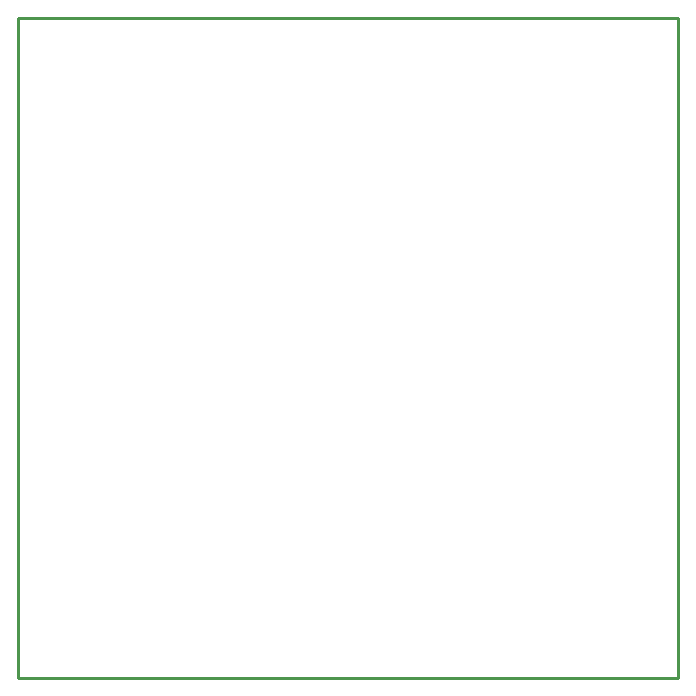
<source format=gbr>
*
*
G04 PADS 9.2 Build Number: 414666 generated Gerber (RS-274-X) file*
G04 PC Version=2.1*
*
%IN "GSM UBLOX LEON.pcb"*%
*
%MOIN*%
*
%FSLAX35Y35*%
*
*
*
*
G04 PC Standard Apertures*
*
*
G04 Thermal Relief Aperture macro.*
%AMTER*
1,1,$1,0,0*
1,0,$1-$2,0,0*
21,0,$3,$4,0,0,45*
21,0,$3,$4,0,0,135*
%
*
*
G04 Annular Aperture macro.*
%AMANN*
1,1,$1,0,0*
1,0,$2,0,0*
%
*
*
G04 Odd Aperture macro.*
%AMODD*
1,1,$1,0,0*
1,0,$1-0.005,0,0*
%
*
*
G04 PC Custom Aperture Macros*
*
*
*
*
*
*
G04 PC Aperture Table*
*
%ADD024C,0.001*%
%ADD025C,0.01*%
*
*
*
*
G04 PC Circuitry*
G04 Layer Name GSM UBLOX LEON.pcb - circuitry*
%LPD*%
*
*
G04 PC Custom Flashes*
G04 Layer Name GSM UBLOX LEON.pcb - flashes*
%LPD*%
*
*
G04 PC Circuitry*
G04 Layer Name GSM UBLOX LEON.pcb - circuitry*
%LPD*%
*
G54D24*
G54D25*
G01X120000Y120000D02*
Y340000D01*
X340000*
Y120000*
X120000*
X0Y0D02*
M02*

</source>
